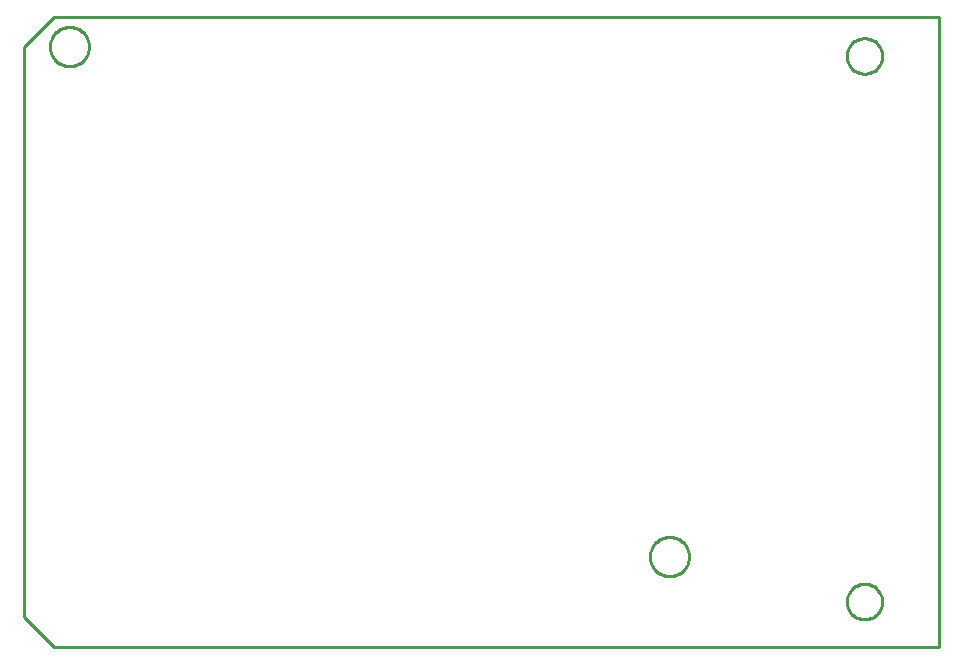
<source format=gbr>
G04 EAGLE Gerber RS-274X export*
G75*
%MOMM*%
%FSLAX34Y34*%
%LPD*%
%IN*%
%IPPOS*%
%AMOC8*
5,1,8,0,0,1.08239X$1,22.5*%
G01*
%ADD10C,0.254000*%


D10*
X25400Y25400D02*
X50800Y0D01*
X800100Y0D01*
X800100Y533400D01*
X50800Y533400D01*
X25400Y508000D01*
X25400Y25400D01*
X737136Y53100D02*
X738204Y53024D01*
X739265Y52871D01*
X740312Y52643D01*
X741340Y52341D01*
X742344Y51967D01*
X743319Y51522D01*
X744259Y51008D01*
X745160Y50429D01*
X746018Y49787D01*
X746828Y49085D01*
X747585Y48328D01*
X748287Y47518D01*
X748929Y46660D01*
X749508Y45759D01*
X750022Y44819D01*
X750467Y43844D01*
X750841Y42840D01*
X751143Y41812D01*
X751371Y40765D01*
X751524Y39704D01*
X751600Y38636D01*
X751600Y37564D01*
X751524Y36496D01*
X751371Y35435D01*
X751143Y34388D01*
X750841Y33360D01*
X750467Y32356D01*
X750022Y31381D01*
X749508Y30441D01*
X748929Y29540D01*
X748287Y28682D01*
X747585Y27872D01*
X746828Y27115D01*
X746018Y26413D01*
X745160Y25771D01*
X744259Y25192D01*
X743319Y24678D01*
X742344Y24233D01*
X741340Y23859D01*
X740312Y23557D01*
X739265Y23329D01*
X738204Y23176D01*
X737136Y23100D01*
X736064Y23100D01*
X734996Y23176D01*
X733935Y23329D01*
X732888Y23557D01*
X731860Y23859D01*
X730856Y24233D01*
X729881Y24678D01*
X728941Y25192D01*
X728040Y25771D01*
X727182Y26413D01*
X726372Y27115D01*
X725615Y27872D01*
X724913Y28682D01*
X724271Y29540D01*
X723692Y30441D01*
X723178Y31381D01*
X722733Y32356D01*
X722359Y33360D01*
X722057Y34388D01*
X721829Y35435D01*
X721676Y36496D01*
X721600Y37564D01*
X721600Y38636D01*
X721676Y39704D01*
X721829Y40765D01*
X722057Y41812D01*
X722359Y42840D01*
X722733Y43844D01*
X723178Y44819D01*
X723692Y45759D01*
X724271Y46660D01*
X724913Y47518D01*
X725615Y48328D01*
X726372Y49085D01*
X727182Y49787D01*
X728040Y50429D01*
X728941Y51008D01*
X729881Y51522D01*
X730856Y51967D01*
X731860Y52341D01*
X732888Y52643D01*
X733935Y52871D01*
X734996Y53024D01*
X736064Y53100D01*
X737136Y53100D01*
X737136Y515100D02*
X738204Y515024D01*
X739265Y514871D01*
X740312Y514643D01*
X741340Y514341D01*
X742344Y513967D01*
X743319Y513522D01*
X744259Y513008D01*
X745160Y512429D01*
X746018Y511787D01*
X746828Y511085D01*
X747585Y510328D01*
X748287Y509518D01*
X748929Y508660D01*
X749508Y507759D01*
X750022Y506819D01*
X750467Y505844D01*
X750841Y504840D01*
X751143Y503812D01*
X751371Y502765D01*
X751524Y501704D01*
X751600Y500636D01*
X751600Y499564D01*
X751524Y498496D01*
X751371Y497435D01*
X751143Y496388D01*
X750841Y495360D01*
X750467Y494356D01*
X750022Y493381D01*
X749508Y492441D01*
X748929Y491540D01*
X748287Y490682D01*
X747585Y489872D01*
X746828Y489115D01*
X746018Y488413D01*
X745160Y487771D01*
X744259Y487192D01*
X743319Y486678D01*
X742344Y486233D01*
X741340Y485859D01*
X740312Y485557D01*
X739265Y485329D01*
X738204Y485176D01*
X737136Y485100D01*
X736064Y485100D01*
X734996Y485176D01*
X733935Y485329D01*
X732888Y485557D01*
X731860Y485859D01*
X730856Y486233D01*
X729881Y486678D01*
X728941Y487192D01*
X728040Y487771D01*
X727182Y488413D01*
X726372Y489115D01*
X725615Y489872D01*
X724913Y490682D01*
X724271Y491540D01*
X723692Y492441D01*
X723178Y493381D01*
X722733Y494356D01*
X722359Y495360D01*
X722057Y496388D01*
X721829Y497435D01*
X721676Y498496D01*
X721600Y499564D01*
X721600Y500636D01*
X721676Y501704D01*
X721829Y502765D01*
X722057Y503812D01*
X722359Y504840D01*
X722733Y505844D01*
X723178Y506819D01*
X723692Y507759D01*
X724271Y508660D01*
X724913Y509518D01*
X725615Y510328D01*
X726372Y511085D01*
X727182Y511787D01*
X728040Y512429D01*
X728941Y513008D01*
X729881Y513522D01*
X730856Y513967D01*
X731860Y514341D01*
X732888Y514643D01*
X733935Y514871D01*
X734996Y515024D01*
X736064Y515100D01*
X737136Y515100D01*
X570960Y59690D02*
X569881Y59761D01*
X568809Y59902D01*
X567749Y60113D01*
X566705Y60392D01*
X565681Y60740D01*
X564683Y61154D01*
X563713Y61632D01*
X562777Y62172D01*
X561878Y62773D01*
X561021Y63431D01*
X560208Y64144D01*
X559444Y64908D01*
X558731Y65721D01*
X558073Y66578D01*
X557472Y67477D01*
X556932Y68413D01*
X556454Y69383D01*
X556040Y70381D01*
X555692Y71405D01*
X555413Y72449D01*
X555202Y73509D01*
X555061Y74581D01*
X554990Y75660D01*
X554990Y76740D01*
X555061Y77819D01*
X555202Y78891D01*
X555413Y79951D01*
X555692Y80995D01*
X556040Y82019D01*
X556454Y83017D01*
X556932Y83987D01*
X557472Y84923D01*
X558073Y85822D01*
X558731Y86679D01*
X559444Y87492D01*
X560208Y88257D01*
X561021Y88969D01*
X561878Y89627D01*
X562777Y90228D01*
X563713Y90768D01*
X564683Y91246D01*
X565681Y91660D01*
X566705Y92008D01*
X567749Y92287D01*
X568809Y92498D01*
X569881Y92639D01*
X570960Y92710D01*
X572040Y92710D01*
X573119Y92639D01*
X574191Y92498D01*
X575251Y92287D01*
X576295Y92008D01*
X577319Y91660D01*
X578317Y91246D01*
X579287Y90768D01*
X580223Y90228D01*
X581122Y89627D01*
X581979Y88969D01*
X582792Y88257D01*
X583557Y87492D01*
X584269Y86679D01*
X584927Y85822D01*
X585528Y84923D01*
X586068Y83987D01*
X586546Y83017D01*
X586960Y82019D01*
X587308Y80995D01*
X587587Y79951D01*
X587798Y78891D01*
X587939Y77819D01*
X588010Y76740D01*
X588010Y75660D01*
X587939Y74581D01*
X587798Y73509D01*
X587587Y72449D01*
X587308Y71405D01*
X586960Y70381D01*
X586546Y69383D01*
X586068Y68413D01*
X585528Y67477D01*
X584927Y66578D01*
X584269Y65721D01*
X583557Y64908D01*
X582792Y64144D01*
X581979Y63431D01*
X581122Y62773D01*
X580223Y62172D01*
X579287Y61632D01*
X578317Y61154D01*
X577319Y60740D01*
X576295Y60392D01*
X575251Y60113D01*
X574191Y59902D01*
X573119Y59761D01*
X572040Y59690D01*
X570960Y59690D01*
X62960Y491490D02*
X61881Y491561D01*
X60809Y491702D01*
X59749Y491913D01*
X58705Y492192D01*
X57681Y492540D01*
X56683Y492954D01*
X55713Y493432D01*
X54777Y493972D01*
X53878Y494573D01*
X53021Y495231D01*
X52208Y495944D01*
X51444Y496708D01*
X50731Y497521D01*
X50073Y498378D01*
X49472Y499277D01*
X48932Y500213D01*
X48454Y501183D01*
X48040Y502181D01*
X47692Y503205D01*
X47413Y504249D01*
X47202Y505309D01*
X47061Y506381D01*
X46990Y507460D01*
X46990Y508540D01*
X47061Y509619D01*
X47202Y510691D01*
X47413Y511751D01*
X47692Y512795D01*
X48040Y513819D01*
X48454Y514817D01*
X48932Y515787D01*
X49472Y516723D01*
X50073Y517622D01*
X50731Y518479D01*
X51444Y519292D01*
X52208Y520057D01*
X53021Y520769D01*
X53878Y521427D01*
X54777Y522028D01*
X55713Y522568D01*
X56683Y523046D01*
X57681Y523460D01*
X58705Y523808D01*
X59749Y524087D01*
X60809Y524298D01*
X61881Y524439D01*
X62960Y524510D01*
X64040Y524510D01*
X65119Y524439D01*
X66191Y524298D01*
X67251Y524087D01*
X68295Y523808D01*
X69319Y523460D01*
X70317Y523046D01*
X71287Y522568D01*
X72223Y522028D01*
X73122Y521427D01*
X73979Y520769D01*
X74792Y520057D01*
X75557Y519292D01*
X76269Y518479D01*
X76927Y517622D01*
X77528Y516723D01*
X78068Y515787D01*
X78546Y514817D01*
X78960Y513819D01*
X79308Y512795D01*
X79587Y511751D01*
X79798Y510691D01*
X79939Y509619D01*
X80010Y508540D01*
X80010Y507460D01*
X79939Y506381D01*
X79798Y505309D01*
X79587Y504249D01*
X79308Y503205D01*
X78960Y502181D01*
X78546Y501183D01*
X78068Y500213D01*
X77528Y499277D01*
X76927Y498378D01*
X76269Y497521D01*
X75557Y496708D01*
X74792Y495944D01*
X73979Y495231D01*
X73122Y494573D01*
X72223Y493972D01*
X71287Y493432D01*
X70317Y492954D01*
X69319Y492540D01*
X68295Y492192D01*
X67251Y491913D01*
X66191Y491702D01*
X65119Y491561D01*
X64040Y491490D01*
X62960Y491490D01*
M02*

</source>
